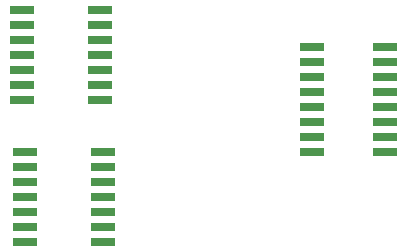
<source format=gtp>
G04 MADE WITH FRITZING*
G04 WWW.FRITZING.ORG*
G04 DOUBLE SIDED*
G04 HOLES PLATED*
G04 CONTOUR ON CENTER OF CONTOUR VECTOR*
%ASAXBY*%
%FSLAX23Y23*%
%MOIN*%
%OFA0B0*%
%SFA1.0B1.0*%
%ADD10R,0.080000X0.026000*%
%ADD11R,0.001000X0.001000*%
%LNPASTEMASK1*%
G90*
G70*
G54D10*
X1477Y1576D03*
X1477Y1626D03*
X1477Y1676D03*
X1477Y1726D03*
X1477Y1776D03*
X1477Y1826D03*
X1477Y1876D03*
X1216Y1876D03*
X1216Y1826D03*
X1216Y1776D03*
X1216Y1726D03*
X1216Y1676D03*
X1216Y1626D03*
X1216Y1576D03*
X1488Y1101D03*
X1488Y1151D03*
X1488Y1201D03*
X1488Y1251D03*
X1488Y1301D03*
X1488Y1351D03*
X1488Y1401D03*
X1227Y1401D03*
X1227Y1351D03*
X1227Y1301D03*
X1227Y1251D03*
X1227Y1201D03*
X1227Y1151D03*
X1227Y1101D03*
X2185Y1751D03*
X2185Y1701D03*
X2185Y1651D03*
X2185Y1601D03*
X2185Y1551D03*
X2185Y1501D03*
X2185Y1451D03*
X2185Y1401D03*
X2427Y1401D03*
X2427Y1451D03*
X2427Y1501D03*
X2427Y1551D03*
X2427Y1601D03*
X2427Y1651D03*
X2427Y1701D03*
X2427Y1751D03*
G54D11*
D02*
G04 End of PasteMask1*
M02*
</source>
